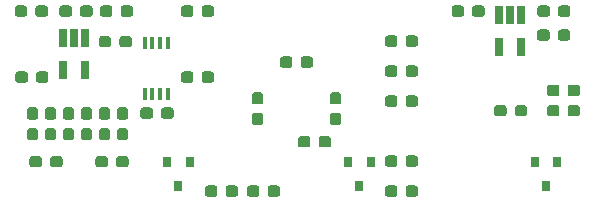
<source format=gbr>
G04 #@! TF.GenerationSoftware,KiCad,Pcbnew,(5.1.0-1387-g9cf427c7d)*
G04 #@! TF.CreationDate,2019-07-29T17:15:50-07:00*
G04 #@! TF.ProjectId,max_breakout,6d61785f-6272-4656-916b-6f75742e6b69,1.0*
G04 #@! TF.SameCoordinates,Original*
G04 #@! TF.FileFunction,Paste,Bot*
G04 #@! TF.FilePolarity,Positive*
%FSLAX46Y46*%
G04 Gerber Fmt 4.6, Leading zero omitted, Abs format (unit mm)*
G04 Created by KiCad (PCBNEW (5.1.0-1387-g9cf427c7d)) date 2019-07-29 17:15:50*
%MOMM*%
%LPD*%
G04 APERTURE LIST*
%ADD10C,0.100000*%
%ADD11C,0.950000*%
%ADD12R,0.800000X0.900000*%
%ADD13R,0.650000X1.560000*%
%ADD14R,0.400000X1.100000*%
G04 APERTURE END LIST*
D10*
G36*
X159953887Y-101397079D02*
G01*
X160030938Y-101448562D01*
X160082421Y-101525613D01*
X160100500Y-101616500D01*
X160100500Y-102091500D01*
X160082421Y-102182387D01*
X160030938Y-102259438D01*
X159953887Y-102310921D01*
X159863000Y-102329000D01*
X159288000Y-102329000D01*
X159197113Y-102310921D01*
X159120062Y-102259438D01*
X159068579Y-102182387D01*
X159050500Y-102091500D01*
X159050500Y-101616500D01*
X159068579Y-101525613D01*
X159120062Y-101448562D01*
X159197113Y-101397079D01*
X159288000Y-101379000D01*
X159863000Y-101379000D01*
X159953887Y-101397079D01*
X159953887Y-101397079D01*
G37*
D11*
X159575500Y-101854000D03*
D10*
G36*
X158203887Y-101397079D02*
G01*
X158280938Y-101448562D01*
X158332421Y-101525613D01*
X158350500Y-101616500D01*
X158350500Y-102091500D01*
X158332421Y-102182387D01*
X158280938Y-102259438D01*
X158203887Y-102310921D01*
X158113000Y-102329000D01*
X157538000Y-102329000D01*
X157447113Y-102310921D01*
X157370062Y-102259438D01*
X157318579Y-102182387D01*
X157300500Y-102091500D01*
X157300500Y-101616500D01*
X157318579Y-101525613D01*
X157370062Y-101448562D01*
X157447113Y-101397079D01*
X157538000Y-101379000D01*
X158113000Y-101379000D01*
X158203887Y-101397079D01*
X158203887Y-101397079D01*
G37*
D11*
X157825500Y-101854000D03*
D10*
G36*
X159939887Y-103429079D02*
G01*
X160016938Y-103480562D01*
X160068421Y-103557613D01*
X160086500Y-103648500D01*
X160086500Y-104123500D01*
X160068421Y-104214387D01*
X160016938Y-104291438D01*
X159939887Y-104342921D01*
X159849000Y-104361000D01*
X159274000Y-104361000D01*
X159183113Y-104342921D01*
X159106062Y-104291438D01*
X159054579Y-104214387D01*
X159036500Y-104123500D01*
X159036500Y-103648500D01*
X159054579Y-103557613D01*
X159106062Y-103480562D01*
X159183113Y-103429079D01*
X159274000Y-103411000D01*
X159849000Y-103411000D01*
X159939887Y-103429079D01*
X159939887Y-103429079D01*
G37*
D11*
X159561500Y-103886000D03*
D10*
G36*
X158189887Y-103429079D02*
G01*
X158266938Y-103480562D01*
X158318421Y-103557613D01*
X158336500Y-103648500D01*
X158336500Y-104123500D01*
X158318421Y-104214387D01*
X158266938Y-104291438D01*
X158189887Y-104342921D01*
X158099000Y-104361000D01*
X157524000Y-104361000D01*
X157433113Y-104342921D01*
X157356062Y-104291438D01*
X157304579Y-104214387D01*
X157286500Y-104123500D01*
X157286500Y-103648500D01*
X157304579Y-103557613D01*
X157356062Y-103480562D01*
X157433113Y-103429079D01*
X157524000Y-103411000D01*
X158099000Y-103411000D01*
X158189887Y-103429079D01*
X158189887Y-103429079D01*
G37*
D11*
X157811500Y-103886000D03*
D12*
X158051500Y-116633500D03*
X159001500Y-114633500D03*
X157101500Y-114633500D03*
X126898400Y-116633500D03*
X127848400Y-114633500D03*
X125948400Y-114633500D03*
D10*
G36*
X121067787Y-103987879D02*
G01*
X121144838Y-104039362D01*
X121196321Y-104116413D01*
X121214400Y-104207300D01*
X121214400Y-104682300D01*
X121196321Y-104773187D01*
X121144838Y-104850238D01*
X121067787Y-104901721D01*
X120976900Y-104919800D01*
X120401900Y-104919800D01*
X120311013Y-104901721D01*
X120233962Y-104850238D01*
X120182479Y-104773187D01*
X120164400Y-104682300D01*
X120164400Y-104207300D01*
X120182479Y-104116413D01*
X120233962Y-104039362D01*
X120311013Y-103987879D01*
X120401900Y-103969800D01*
X120976900Y-103969800D01*
X121067787Y-103987879D01*
X121067787Y-103987879D01*
G37*
D11*
X120689400Y-104444800D03*
D10*
G36*
X122817787Y-103987879D02*
G01*
X122894838Y-104039362D01*
X122946321Y-104116413D01*
X122964400Y-104207300D01*
X122964400Y-104682300D01*
X122946321Y-104773187D01*
X122894838Y-104850238D01*
X122817787Y-104901721D01*
X122726900Y-104919800D01*
X122151900Y-104919800D01*
X122061013Y-104901721D01*
X121983962Y-104850238D01*
X121932479Y-104773187D01*
X121914400Y-104682300D01*
X121914400Y-104207300D01*
X121932479Y-104116413D01*
X121983962Y-104039362D01*
X122061013Y-103987879D01*
X122151900Y-103969800D01*
X122726900Y-103969800D01*
X122817787Y-103987879D01*
X122817787Y-103987879D01*
G37*
D11*
X122439400Y-104444800D03*
D10*
G36*
X126348387Y-110033079D02*
G01*
X126425438Y-110084562D01*
X126476921Y-110161613D01*
X126495000Y-110252500D01*
X126495000Y-110727500D01*
X126476921Y-110818387D01*
X126425438Y-110895438D01*
X126348387Y-110946921D01*
X126257500Y-110965000D01*
X125682500Y-110965000D01*
X125591613Y-110946921D01*
X125514562Y-110895438D01*
X125463079Y-110818387D01*
X125445000Y-110727500D01*
X125445000Y-110252500D01*
X125463079Y-110161613D01*
X125514562Y-110084562D01*
X125591613Y-110033079D01*
X125682500Y-110015000D01*
X126257500Y-110015000D01*
X126348387Y-110033079D01*
X126348387Y-110033079D01*
G37*
D11*
X125970000Y-110490000D03*
D10*
G36*
X124598387Y-110033079D02*
G01*
X124675438Y-110084562D01*
X124726921Y-110161613D01*
X124745000Y-110252500D01*
X124745000Y-110727500D01*
X124726921Y-110818387D01*
X124675438Y-110895438D01*
X124598387Y-110946921D01*
X124507500Y-110965000D01*
X123932500Y-110965000D01*
X123841613Y-110946921D01*
X123764562Y-110895438D01*
X123713079Y-110818387D01*
X123695000Y-110727500D01*
X123695000Y-110252500D01*
X123713079Y-110161613D01*
X123764562Y-110084562D01*
X123841613Y-110033079D01*
X123932500Y-110015000D01*
X124507500Y-110015000D01*
X124598387Y-110033079D01*
X124598387Y-110033079D01*
G37*
D11*
X124220000Y-110490000D03*
D10*
G36*
X150938187Y-101397079D02*
G01*
X151015238Y-101448562D01*
X151066721Y-101525613D01*
X151084800Y-101616500D01*
X151084800Y-102091500D01*
X151066721Y-102182387D01*
X151015238Y-102259438D01*
X150938187Y-102310921D01*
X150847300Y-102329000D01*
X150272300Y-102329000D01*
X150181413Y-102310921D01*
X150104362Y-102259438D01*
X150052879Y-102182387D01*
X150034800Y-102091500D01*
X150034800Y-101616500D01*
X150052879Y-101525613D01*
X150104362Y-101448562D01*
X150181413Y-101397079D01*
X150272300Y-101379000D01*
X150847300Y-101379000D01*
X150938187Y-101397079D01*
X150938187Y-101397079D01*
G37*
D11*
X150559800Y-101854000D03*
D10*
G36*
X152688187Y-101397079D02*
G01*
X152765238Y-101448562D01*
X152816721Y-101525613D01*
X152834800Y-101616500D01*
X152834800Y-102091500D01*
X152816721Y-102182387D01*
X152765238Y-102259438D01*
X152688187Y-102310921D01*
X152597300Y-102329000D01*
X152022300Y-102329000D01*
X151931413Y-102310921D01*
X151854362Y-102259438D01*
X151802879Y-102182387D01*
X151784800Y-102091500D01*
X151784800Y-101616500D01*
X151802879Y-101525613D01*
X151854362Y-101448562D01*
X151931413Y-101397079D01*
X152022300Y-101379000D01*
X152597300Y-101379000D01*
X152688187Y-101397079D01*
X152688187Y-101397079D01*
G37*
D11*
X152309800Y-101854000D03*
D13*
X117109200Y-106810800D03*
X119009200Y-106810800D03*
X119009200Y-104110800D03*
X118059200Y-104110800D03*
X117109200Y-104110800D03*
X154040800Y-104880400D03*
X155940800Y-104880400D03*
X155940800Y-102180400D03*
X154990800Y-102180400D03*
X154040800Y-102180400D03*
D10*
G36*
X114006587Y-106985079D02*
G01*
X114083638Y-107036562D01*
X114135121Y-107113613D01*
X114153200Y-107204500D01*
X114153200Y-107679500D01*
X114135121Y-107770387D01*
X114083638Y-107847438D01*
X114006587Y-107898921D01*
X113915700Y-107917000D01*
X113340700Y-107917000D01*
X113249813Y-107898921D01*
X113172762Y-107847438D01*
X113121279Y-107770387D01*
X113103200Y-107679500D01*
X113103200Y-107204500D01*
X113121279Y-107113613D01*
X113172762Y-107036562D01*
X113249813Y-106985079D01*
X113340700Y-106967000D01*
X113915700Y-106967000D01*
X114006587Y-106985079D01*
X114006587Y-106985079D01*
G37*
D11*
X113628200Y-107442000D03*
D10*
G36*
X115756587Y-106985079D02*
G01*
X115833638Y-107036562D01*
X115885121Y-107113613D01*
X115903200Y-107204500D01*
X115903200Y-107679500D01*
X115885121Y-107770387D01*
X115833638Y-107847438D01*
X115756587Y-107898921D01*
X115665700Y-107917000D01*
X115090700Y-107917000D01*
X114999813Y-107898921D01*
X114922762Y-107847438D01*
X114871279Y-107770387D01*
X114853200Y-107679500D01*
X114853200Y-107204500D01*
X114871279Y-107113613D01*
X114922762Y-107036562D01*
X114999813Y-106985079D01*
X115090700Y-106967000D01*
X115665700Y-106967000D01*
X115756587Y-106985079D01*
X115756587Y-106985079D01*
G37*
D11*
X115378200Y-107442000D03*
D10*
G36*
X154544987Y-109829879D02*
G01*
X154622038Y-109881362D01*
X154673521Y-109958413D01*
X154691600Y-110049300D01*
X154691600Y-110524300D01*
X154673521Y-110615187D01*
X154622038Y-110692238D01*
X154544987Y-110743721D01*
X154454100Y-110761800D01*
X153879100Y-110761800D01*
X153788213Y-110743721D01*
X153711162Y-110692238D01*
X153659679Y-110615187D01*
X153641600Y-110524300D01*
X153641600Y-110049300D01*
X153659679Y-109958413D01*
X153711162Y-109881362D01*
X153788213Y-109829879D01*
X153879100Y-109811800D01*
X154454100Y-109811800D01*
X154544987Y-109829879D01*
X154544987Y-109829879D01*
G37*
D11*
X154166600Y-110286800D03*
D10*
G36*
X156294987Y-109829879D02*
G01*
X156372038Y-109881362D01*
X156423521Y-109958413D01*
X156441600Y-110049300D01*
X156441600Y-110524300D01*
X156423521Y-110615187D01*
X156372038Y-110692238D01*
X156294987Y-110743721D01*
X156204100Y-110761800D01*
X155629100Y-110761800D01*
X155538213Y-110743721D01*
X155461162Y-110692238D01*
X155409679Y-110615187D01*
X155391600Y-110524300D01*
X155391600Y-110049300D01*
X155409679Y-109958413D01*
X155461162Y-109881362D01*
X155538213Y-109829879D01*
X155629100Y-109811800D01*
X156204100Y-109811800D01*
X156294987Y-109829879D01*
X156294987Y-109829879D01*
G37*
D11*
X155916600Y-110286800D03*
D10*
G36*
X122538387Y-114137079D02*
G01*
X122615438Y-114188562D01*
X122666921Y-114265613D01*
X122685000Y-114356500D01*
X122685000Y-114831500D01*
X122666921Y-114922387D01*
X122615438Y-114999438D01*
X122538387Y-115050921D01*
X122447500Y-115069000D01*
X121872500Y-115069000D01*
X121781613Y-115050921D01*
X121704562Y-114999438D01*
X121653079Y-114922387D01*
X121635000Y-114831500D01*
X121635000Y-114356500D01*
X121653079Y-114265613D01*
X121704562Y-114188562D01*
X121781613Y-114137079D01*
X121872500Y-114119000D01*
X122447500Y-114119000D01*
X122538387Y-114137079D01*
X122538387Y-114137079D01*
G37*
D11*
X122160000Y-114594000D03*
D10*
G36*
X120788387Y-114137079D02*
G01*
X120865438Y-114188562D01*
X120916921Y-114265613D01*
X120935000Y-114356500D01*
X120935000Y-114831500D01*
X120916921Y-114922387D01*
X120865438Y-114999438D01*
X120788387Y-115050921D01*
X120697500Y-115069000D01*
X120122500Y-115069000D01*
X120031613Y-115050921D01*
X119954562Y-114999438D01*
X119903079Y-114922387D01*
X119885000Y-114831500D01*
X119885000Y-114356500D01*
X119903079Y-114265613D01*
X119954562Y-114188562D01*
X120031613Y-114137079D01*
X120122500Y-114119000D01*
X120697500Y-114119000D01*
X120788387Y-114137079D01*
X120788387Y-114137079D01*
G37*
D11*
X120410000Y-114594000D03*
D10*
G36*
X113955787Y-101397079D02*
G01*
X114032838Y-101448562D01*
X114084321Y-101525613D01*
X114102400Y-101616500D01*
X114102400Y-102091500D01*
X114084321Y-102182387D01*
X114032838Y-102259438D01*
X113955787Y-102310921D01*
X113864900Y-102329000D01*
X113289900Y-102329000D01*
X113199013Y-102310921D01*
X113121962Y-102259438D01*
X113070479Y-102182387D01*
X113052400Y-102091500D01*
X113052400Y-101616500D01*
X113070479Y-101525613D01*
X113121962Y-101448562D01*
X113199013Y-101397079D01*
X113289900Y-101379000D01*
X113864900Y-101379000D01*
X113955787Y-101397079D01*
X113955787Y-101397079D01*
G37*
D11*
X113577400Y-101854000D03*
D10*
G36*
X115705787Y-101397079D02*
G01*
X115782838Y-101448562D01*
X115834321Y-101525613D01*
X115852400Y-101616500D01*
X115852400Y-102091500D01*
X115834321Y-102182387D01*
X115782838Y-102259438D01*
X115705787Y-102310921D01*
X115614900Y-102329000D01*
X115039900Y-102329000D01*
X114949013Y-102310921D01*
X114871962Y-102259438D01*
X114820479Y-102182387D01*
X114802400Y-102091500D01*
X114802400Y-101616500D01*
X114820479Y-101525613D01*
X114871962Y-101448562D01*
X114949013Y-101397079D01*
X115039900Y-101379000D01*
X115614900Y-101379000D01*
X115705787Y-101397079D01*
X115705787Y-101397079D01*
G37*
D11*
X115327400Y-101854000D03*
D10*
G36*
X116950387Y-114137079D02*
G01*
X117027438Y-114188562D01*
X117078921Y-114265613D01*
X117097000Y-114356500D01*
X117097000Y-114831500D01*
X117078921Y-114922387D01*
X117027438Y-114999438D01*
X116950387Y-115050921D01*
X116859500Y-115069000D01*
X116284500Y-115069000D01*
X116193613Y-115050921D01*
X116116562Y-114999438D01*
X116065079Y-114922387D01*
X116047000Y-114831500D01*
X116047000Y-114356500D01*
X116065079Y-114265613D01*
X116116562Y-114188562D01*
X116193613Y-114137079D01*
X116284500Y-114119000D01*
X116859500Y-114119000D01*
X116950387Y-114137079D01*
X116950387Y-114137079D01*
G37*
D11*
X116572000Y-114594000D03*
D10*
G36*
X115200387Y-114137079D02*
G01*
X115277438Y-114188562D01*
X115328921Y-114265613D01*
X115347000Y-114356500D01*
X115347000Y-114831500D01*
X115328921Y-114922387D01*
X115277438Y-114999438D01*
X115200387Y-115050921D01*
X115109500Y-115069000D01*
X114534500Y-115069000D01*
X114443613Y-115050921D01*
X114366562Y-114999438D01*
X114315079Y-114922387D01*
X114297000Y-114831500D01*
X114297000Y-114356500D01*
X114315079Y-114265613D01*
X114366562Y-114188562D01*
X114443613Y-114137079D01*
X114534500Y-114119000D01*
X115109500Y-114119000D01*
X115200387Y-114137079D01*
X115200387Y-114137079D01*
G37*
D11*
X114822000Y-114594000D03*
D10*
G36*
X147049387Y-116637079D02*
G01*
X147126438Y-116688562D01*
X147177921Y-116765613D01*
X147196000Y-116856500D01*
X147196000Y-117331500D01*
X147177921Y-117422387D01*
X147126438Y-117499438D01*
X147049387Y-117550921D01*
X146958500Y-117569000D01*
X146383500Y-117569000D01*
X146292613Y-117550921D01*
X146215562Y-117499438D01*
X146164079Y-117422387D01*
X146146000Y-117331500D01*
X146146000Y-116856500D01*
X146164079Y-116765613D01*
X146215562Y-116688562D01*
X146292613Y-116637079D01*
X146383500Y-116619000D01*
X146958500Y-116619000D01*
X147049387Y-116637079D01*
X147049387Y-116637079D01*
G37*
D11*
X146671000Y-117094000D03*
D10*
G36*
X145299387Y-116637079D02*
G01*
X145376438Y-116688562D01*
X145427921Y-116765613D01*
X145446000Y-116856500D01*
X145446000Y-117331500D01*
X145427921Y-117422387D01*
X145376438Y-117499438D01*
X145299387Y-117550921D01*
X145208500Y-117569000D01*
X144633500Y-117569000D01*
X144542613Y-117550921D01*
X144465562Y-117499438D01*
X144414079Y-117422387D01*
X144396000Y-117331500D01*
X144396000Y-116856500D01*
X144414079Y-116765613D01*
X144465562Y-116688562D01*
X144542613Y-116637079D01*
X144633500Y-116619000D01*
X145208500Y-116619000D01*
X145299387Y-116637079D01*
X145299387Y-116637079D01*
G37*
D11*
X144921000Y-117094000D03*
D10*
G36*
X133615387Y-116637079D02*
G01*
X133692438Y-116688562D01*
X133743921Y-116765613D01*
X133762000Y-116856500D01*
X133762000Y-117331500D01*
X133743921Y-117422387D01*
X133692438Y-117499438D01*
X133615387Y-117550921D01*
X133524500Y-117569000D01*
X132949500Y-117569000D01*
X132858613Y-117550921D01*
X132781562Y-117499438D01*
X132730079Y-117422387D01*
X132712000Y-117331500D01*
X132712000Y-116856500D01*
X132730079Y-116765613D01*
X132781562Y-116688562D01*
X132858613Y-116637079D01*
X132949500Y-116619000D01*
X133524500Y-116619000D01*
X133615387Y-116637079D01*
X133615387Y-116637079D01*
G37*
D11*
X133237000Y-117094000D03*
D10*
G36*
X135365387Y-116637079D02*
G01*
X135442438Y-116688562D01*
X135493921Y-116765613D01*
X135512000Y-116856500D01*
X135512000Y-117331500D01*
X135493921Y-117422387D01*
X135442438Y-117499438D01*
X135365387Y-117550921D01*
X135274500Y-117569000D01*
X134699500Y-117569000D01*
X134608613Y-117550921D01*
X134531562Y-117499438D01*
X134480079Y-117422387D01*
X134462000Y-117331500D01*
X134462000Y-116856500D01*
X134480079Y-116765613D01*
X134531562Y-116688562D01*
X134608613Y-116637079D01*
X134699500Y-116619000D01*
X135274500Y-116619000D01*
X135365387Y-116637079D01*
X135365387Y-116637079D01*
G37*
D11*
X134987000Y-117094000D03*
D10*
G36*
X129777387Y-106985079D02*
G01*
X129854438Y-107036562D01*
X129905921Y-107113613D01*
X129924000Y-107204500D01*
X129924000Y-107679500D01*
X129905921Y-107770387D01*
X129854438Y-107847438D01*
X129777387Y-107898921D01*
X129686500Y-107917000D01*
X129111500Y-107917000D01*
X129020613Y-107898921D01*
X128943562Y-107847438D01*
X128892079Y-107770387D01*
X128874000Y-107679500D01*
X128874000Y-107204500D01*
X128892079Y-107113613D01*
X128943562Y-107036562D01*
X129020613Y-106985079D01*
X129111500Y-106967000D01*
X129686500Y-106967000D01*
X129777387Y-106985079D01*
X129777387Y-106985079D01*
G37*
D11*
X129399000Y-107442000D03*
D10*
G36*
X128027387Y-106985079D02*
G01*
X128104438Y-107036562D01*
X128155921Y-107113613D01*
X128174000Y-107204500D01*
X128174000Y-107679500D01*
X128155921Y-107770387D01*
X128104438Y-107847438D01*
X128027387Y-107898921D01*
X127936500Y-107917000D01*
X127361500Y-107917000D01*
X127270613Y-107898921D01*
X127193562Y-107847438D01*
X127142079Y-107770387D01*
X127124000Y-107679500D01*
X127124000Y-107204500D01*
X127142079Y-107113613D01*
X127193562Y-107036562D01*
X127270613Y-106985079D01*
X127361500Y-106967000D01*
X127936500Y-106967000D01*
X128027387Y-106985079D01*
X128027387Y-106985079D01*
G37*
D11*
X127649000Y-107442000D03*
D12*
X142240000Y-116633500D03*
X143190000Y-114633500D03*
X141290000Y-114633500D03*
D14*
X124043800Y-108880800D03*
X124693800Y-108880800D03*
X125343800Y-108880800D03*
X125993800Y-108880800D03*
X125993800Y-104580800D03*
X125343800Y-104580800D03*
X124693800Y-104580800D03*
X124043800Y-104580800D03*
D10*
G36*
X121169387Y-101397079D02*
G01*
X121246438Y-101448562D01*
X121297921Y-101525613D01*
X121316000Y-101616500D01*
X121316000Y-102091500D01*
X121297921Y-102182387D01*
X121246438Y-102259438D01*
X121169387Y-102310921D01*
X121078500Y-102329000D01*
X120503500Y-102329000D01*
X120412613Y-102310921D01*
X120335562Y-102259438D01*
X120284079Y-102182387D01*
X120266000Y-102091500D01*
X120266000Y-101616500D01*
X120284079Y-101525613D01*
X120335562Y-101448562D01*
X120412613Y-101397079D01*
X120503500Y-101379000D01*
X121078500Y-101379000D01*
X121169387Y-101397079D01*
X121169387Y-101397079D01*
G37*
D11*
X120791000Y-101854000D03*
D10*
G36*
X122919387Y-101397079D02*
G01*
X122996438Y-101448562D01*
X123047921Y-101525613D01*
X123066000Y-101616500D01*
X123066000Y-102091500D01*
X123047921Y-102182387D01*
X122996438Y-102259438D01*
X122919387Y-102310921D01*
X122828500Y-102329000D01*
X122253500Y-102329000D01*
X122162613Y-102310921D01*
X122085562Y-102259438D01*
X122034079Y-102182387D01*
X122016000Y-102091500D01*
X122016000Y-101616500D01*
X122034079Y-101525613D01*
X122085562Y-101448562D01*
X122162613Y-101397079D01*
X122253500Y-101379000D01*
X122828500Y-101379000D01*
X122919387Y-101397079D01*
X122919387Y-101397079D01*
G37*
D11*
X122541000Y-101854000D03*
D10*
G36*
X129777387Y-101397079D02*
G01*
X129854438Y-101448562D01*
X129905921Y-101525613D01*
X129924000Y-101616500D01*
X129924000Y-102091500D01*
X129905921Y-102182387D01*
X129854438Y-102259438D01*
X129777387Y-102310921D01*
X129686500Y-102329000D01*
X129111500Y-102329000D01*
X129020613Y-102310921D01*
X128943562Y-102259438D01*
X128892079Y-102182387D01*
X128874000Y-102091500D01*
X128874000Y-101616500D01*
X128892079Y-101525613D01*
X128943562Y-101448562D01*
X129020613Y-101397079D01*
X129111500Y-101379000D01*
X129686500Y-101379000D01*
X129777387Y-101397079D01*
X129777387Y-101397079D01*
G37*
D11*
X129399000Y-101854000D03*
D10*
G36*
X128027387Y-101397079D02*
G01*
X128104438Y-101448562D01*
X128155921Y-101525613D01*
X128174000Y-101616500D01*
X128174000Y-102091500D01*
X128155921Y-102182387D01*
X128104438Y-102259438D01*
X128027387Y-102310921D01*
X127936500Y-102329000D01*
X127361500Y-102329000D01*
X127270613Y-102310921D01*
X127193562Y-102259438D01*
X127142079Y-102182387D01*
X127124000Y-102091500D01*
X127124000Y-101616500D01*
X127142079Y-101525613D01*
X127193562Y-101448562D01*
X127270613Y-101397079D01*
X127361500Y-101379000D01*
X127936500Y-101379000D01*
X128027387Y-101397079D01*
X128027387Y-101397079D01*
G37*
D11*
X127649000Y-101854000D03*
D10*
G36*
X140536387Y-110477079D02*
G01*
X140613438Y-110528562D01*
X140664921Y-110605613D01*
X140683000Y-110696500D01*
X140683000Y-111271500D01*
X140664921Y-111362387D01*
X140613438Y-111439438D01*
X140536387Y-111490921D01*
X140445500Y-111509000D01*
X139970500Y-111509000D01*
X139879613Y-111490921D01*
X139802562Y-111439438D01*
X139751079Y-111362387D01*
X139733000Y-111271500D01*
X139733000Y-110696500D01*
X139751079Y-110605613D01*
X139802562Y-110528562D01*
X139879613Y-110477079D01*
X139970500Y-110459000D01*
X140445500Y-110459000D01*
X140536387Y-110477079D01*
X140536387Y-110477079D01*
G37*
D11*
X140208000Y-110984000D03*
D10*
G36*
X140536387Y-108727079D02*
G01*
X140613438Y-108778562D01*
X140664921Y-108855613D01*
X140683000Y-108946500D01*
X140683000Y-109521500D01*
X140664921Y-109612387D01*
X140613438Y-109689438D01*
X140536387Y-109740921D01*
X140445500Y-109759000D01*
X139970500Y-109759000D01*
X139879613Y-109740921D01*
X139802562Y-109689438D01*
X139751079Y-109612387D01*
X139733000Y-109521500D01*
X139733000Y-108946500D01*
X139751079Y-108855613D01*
X139802562Y-108778562D01*
X139879613Y-108727079D01*
X139970500Y-108709000D01*
X140445500Y-108709000D01*
X140536387Y-108727079D01*
X140536387Y-108727079D01*
G37*
D11*
X140208000Y-109234000D03*
D10*
G36*
X131809387Y-116637079D02*
G01*
X131886438Y-116688562D01*
X131937921Y-116765613D01*
X131956000Y-116856500D01*
X131956000Y-117331500D01*
X131937921Y-117422387D01*
X131886438Y-117499438D01*
X131809387Y-117550921D01*
X131718500Y-117569000D01*
X131143500Y-117569000D01*
X131052613Y-117550921D01*
X130975562Y-117499438D01*
X130924079Y-117422387D01*
X130906000Y-117331500D01*
X130906000Y-116856500D01*
X130924079Y-116765613D01*
X130975562Y-116688562D01*
X131052613Y-116637079D01*
X131143500Y-116619000D01*
X131718500Y-116619000D01*
X131809387Y-116637079D01*
X131809387Y-116637079D01*
G37*
D11*
X131431000Y-117094000D03*
D10*
G36*
X130059387Y-116637079D02*
G01*
X130136438Y-116688562D01*
X130187921Y-116765613D01*
X130206000Y-116856500D01*
X130206000Y-117331500D01*
X130187921Y-117422387D01*
X130136438Y-117499438D01*
X130059387Y-117550921D01*
X129968500Y-117569000D01*
X129393500Y-117569000D01*
X129302613Y-117550921D01*
X129225562Y-117499438D01*
X129174079Y-117422387D01*
X129156000Y-117331500D01*
X129156000Y-116856500D01*
X129174079Y-116765613D01*
X129225562Y-116688562D01*
X129302613Y-116637079D01*
X129393500Y-116619000D01*
X129968500Y-116619000D01*
X130059387Y-116637079D01*
X130059387Y-116637079D01*
G37*
D11*
X129681000Y-117094000D03*
D10*
G36*
X138159387Y-105715079D02*
G01*
X138236438Y-105766562D01*
X138287921Y-105843613D01*
X138306000Y-105934500D01*
X138306000Y-106409500D01*
X138287921Y-106500387D01*
X138236438Y-106577438D01*
X138159387Y-106628921D01*
X138068500Y-106647000D01*
X137493500Y-106647000D01*
X137402613Y-106628921D01*
X137325562Y-106577438D01*
X137274079Y-106500387D01*
X137256000Y-106409500D01*
X137256000Y-105934500D01*
X137274079Y-105843613D01*
X137325562Y-105766562D01*
X137402613Y-105715079D01*
X137493500Y-105697000D01*
X138068500Y-105697000D01*
X138159387Y-105715079D01*
X138159387Y-105715079D01*
G37*
D11*
X137781000Y-106172000D03*
D10*
G36*
X136409387Y-105715079D02*
G01*
X136486438Y-105766562D01*
X136537921Y-105843613D01*
X136556000Y-105934500D01*
X136556000Y-106409500D01*
X136537921Y-106500387D01*
X136486438Y-106577438D01*
X136409387Y-106628921D01*
X136318500Y-106647000D01*
X135743500Y-106647000D01*
X135652613Y-106628921D01*
X135575562Y-106577438D01*
X135524079Y-106500387D01*
X135506000Y-106409500D01*
X135506000Y-105934500D01*
X135524079Y-105843613D01*
X135575562Y-105766562D01*
X135652613Y-105715079D01*
X135743500Y-105697000D01*
X136318500Y-105697000D01*
X136409387Y-105715079D01*
X136409387Y-105715079D01*
G37*
D11*
X136031000Y-106172000D03*
D10*
G36*
X117740387Y-101397079D02*
G01*
X117817438Y-101448562D01*
X117868921Y-101525613D01*
X117887000Y-101616500D01*
X117887000Y-102091500D01*
X117868921Y-102182387D01*
X117817438Y-102259438D01*
X117740387Y-102310921D01*
X117649500Y-102329000D01*
X117074500Y-102329000D01*
X116983613Y-102310921D01*
X116906562Y-102259438D01*
X116855079Y-102182387D01*
X116837000Y-102091500D01*
X116837000Y-101616500D01*
X116855079Y-101525613D01*
X116906562Y-101448562D01*
X116983613Y-101397079D01*
X117074500Y-101379000D01*
X117649500Y-101379000D01*
X117740387Y-101397079D01*
X117740387Y-101397079D01*
G37*
D11*
X117362000Y-101854000D03*
D10*
G36*
X119490387Y-101397079D02*
G01*
X119567438Y-101448562D01*
X119618921Y-101525613D01*
X119637000Y-101616500D01*
X119637000Y-102091500D01*
X119618921Y-102182387D01*
X119567438Y-102259438D01*
X119490387Y-102310921D01*
X119399500Y-102329000D01*
X118824500Y-102329000D01*
X118733613Y-102310921D01*
X118656562Y-102259438D01*
X118605079Y-102182387D01*
X118587000Y-102091500D01*
X118587000Y-101616500D01*
X118605079Y-101525613D01*
X118656562Y-101448562D01*
X118733613Y-101397079D01*
X118824500Y-101379000D01*
X119399500Y-101379000D01*
X119490387Y-101397079D01*
X119490387Y-101397079D01*
G37*
D11*
X119112000Y-101854000D03*
D10*
G36*
X114882387Y-111772479D02*
G01*
X114959438Y-111823962D01*
X115010921Y-111901013D01*
X115029000Y-111991900D01*
X115029000Y-112566900D01*
X115010921Y-112657787D01*
X114959438Y-112734838D01*
X114882387Y-112786321D01*
X114791500Y-112804400D01*
X114316500Y-112804400D01*
X114225613Y-112786321D01*
X114148562Y-112734838D01*
X114097079Y-112657787D01*
X114079000Y-112566900D01*
X114079000Y-111991900D01*
X114097079Y-111901013D01*
X114148562Y-111823962D01*
X114225613Y-111772479D01*
X114316500Y-111754400D01*
X114791500Y-111754400D01*
X114882387Y-111772479D01*
X114882387Y-111772479D01*
G37*
D11*
X114554000Y-112279400D03*
D10*
G36*
X114882387Y-110022479D02*
G01*
X114959438Y-110073962D01*
X115010921Y-110151013D01*
X115029000Y-110241900D01*
X115029000Y-110816900D01*
X115010921Y-110907787D01*
X114959438Y-110984838D01*
X114882387Y-111036321D01*
X114791500Y-111054400D01*
X114316500Y-111054400D01*
X114225613Y-111036321D01*
X114148562Y-110984838D01*
X114097079Y-110907787D01*
X114079000Y-110816900D01*
X114079000Y-110241900D01*
X114097079Y-110151013D01*
X114148562Y-110073962D01*
X114225613Y-110022479D01*
X114316500Y-110004400D01*
X114791500Y-110004400D01*
X114882387Y-110022479D01*
X114882387Y-110022479D01*
G37*
D11*
X114554000Y-110529400D03*
D10*
G36*
X116406387Y-111772479D02*
G01*
X116483438Y-111823962D01*
X116534921Y-111901013D01*
X116553000Y-111991900D01*
X116553000Y-112566900D01*
X116534921Y-112657787D01*
X116483438Y-112734838D01*
X116406387Y-112786321D01*
X116315500Y-112804400D01*
X115840500Y-112804400D01*
X115749613Y-112786321D01*
X115672562Y-112734838D01*
X115621079Y-112657787D01*
X115603000Y-112566900D01*
X115603000Y-111991900D01*
X115621079Y-111901013D01*
X115672562Y-111823962D01*
X115749613Y-111772479D01*
X115840500Y-111754400D01*
X116315500Y-111754400D01*
X116406387Y-111772479D01*
X116406387Y-111772479D01*
G37*
D11*
X116078000Y-112279400D03*
D10*
G36*
X116406387Y-110022479D02*
G01*
X116483438Y-110073962D01*
X116534921Y-110151013D01*
X116553000Y-110241900D01*
X116553000Y-110816900D01*
X116534921Y-110907787D01*
X116483438Y-110984838D01*
X116406387Y-111036321D01*
X116315500Y-111054400D01*
X115840500Y-111054400D01*
X115749613Y-111036321D01*
X115672562Y-110984838D01*
X115621079Y-110907787D01*
X115603000Y-110816900D01*
X115603000Y-110241900D01*
X115621079Y-110151013D01*
X115672562Y-110073962D01*
X115749613Y-110022479D01*
X115840500Y-110004400D01*
X116315500Y-110004400D01*
X116406387Y-110022479D01*
X116406387Y-110022479D01*
G37*
D11*
X116078000Y-110529400D03*
D10*
G36*
X117930387Y-111772479D02*
G01*
X118007438Y-111823962D01*
X118058921Y-111901013D01*
X118077000Y-111991900D01*
X118077000Y-112566900D01*
X118058921Y-112657787D01*
X118007438Y-112734838D01*
X117930387Y-112786321D01*
X117839500Y-112804400D01*
X117364500Y-112804400D01*
X117273613Y-112786321D01*
X117196562Y-112734838D01*
X117145079Y-112657787D01*
X117127000Y-112566900D01*
X117127000Y-111991900D01*
X117145079Y-111901013D01*
X117196562Y-111823962D01*
X117273613Y-111772479D01*
X117364500Y-111754400D01*
X117839500Y-111754400D01*
X117930387Y-111772479D01*
X117930387Y-111772479D01*
G37*
D11*
X117602000Y-112279400D03*
D10*
G36*
X117930387Y-110022479D02*
G01*
X118007438Y-110073962D01*
X118058921Y-110151013D01*
X118077000Y-110241900D01*
X118077000Y-110816900D01*
X118058921Y-110907787D01*
X118007438Y-110984838D01*
X117930387Y-111036321D01*
X117839500Y-111054400D01*
X117364500Y-111054400D01*
X117273613Y-111036321D01*
X117196562Y-110984838D01*
X117145079Y-110907787D01*
X117127000Y-110816900D01*
X117127000Y-110241900D01*
X117145079Y-110151013D01*
X117196562Y-110073962D01*
X117273613Y-110022479D01*
X117364500Y-110004400D01*
X117839500Y-110004400D01*
X117930387Y-110022479D01*
X117930387Y-110022479D01*
G37*
D11*
X117602000Y-110529400D03*
D10*
G36*
X119454387Y-111772479D02*
G01*
X119531438Y-111823962D01*
X119582921Y-111901013D01*
X119601000Y-111991900D01*
X119601000Y-112566900D01*
X119582921Y-112657787D01*
X119531438Y-112734838D01*
X119454387Y-112786321D01*
X119363500Y-112804400D01*
X118888500Y-112804400D01*
X118797613Y-112786321D01*
X118720562Y-112734838D01*
X118669079Y-112657787D01*
X118651000Y-112566900D01*
X118651000Y-111991900D01*
X118669079Y-111901013D01*
X118720562Y-111823962D01*
X118797613Y-111772479D01*
X118888500Y-111754400D01*
X119363500Y-111754400D01*
X119454387Y-111772479D01*
X119454387Y-111772479D01*
G37*
D11*
X119126000Y-112279400D03*
D10*
G36*
X119454387Y-110022479D02*
G01*
X119531438Y-110073962D01*
X119582921Y-110151013D01*
X119601000Y-110241900D01*
X119601000Y-110816900D01*
X119582921Y-110907787D01*
X119531438Y-110984838D01*
X119454387Y-111036321D01*
X119363500Y-111054400D01*
X118888500Y-111054400D01*
X118797613Y-111036321D01*
X118720562Y-110984838D01*
X118669079Y-110907787D01*
X118651000Y-110816900D01*
X118651000Y-110241900D01*
X118669079Y-110151013D01*
X118720562Y-110073962D01*
X118797613Y-110022479D01*
X118888500Y-110004400D01*
X119363500Y-110004400D01*
X119454387Y-110022479D01*
X119454387Y-110022479D01*
G37*
D11*
X119126000Y-110529400D03*
D10*
G36*
X120978387Y-111772479D02*
G01*
X121055438Y-111823962D01*
X121106921Y-111901013D01*
X121125000Y-111991900D01*
X121125000Y-112566900D01*
X121106921Y-112657787D01*
X121055438Y-112734838D01*
X120978387Y-112786321D01*
X120887500Y-112804400D01*
X120412500Y-112804400D01*
X120321613Y-112786321D01*
X120244562Y-112734838D01*
X120193079Y-112657787D01*
X120175000Y-112566900D01*
X120175000Y-111991900D01*
X120193079Y-111901013D01*
X120244562Y-111823962D01*
X120321613Y-111772479D01*
X120412500Y-111754400D01*
X120887500Y-111754400D01*
X120978387Y-111772479D01*
X120978387Y-111772479D01*
G37*
D11*
X120650000Y-112279400D03*
D10*
G36*
X120978387Y-110022479D02*
G01*
X121055438Y-110073962D01*
X121106921Y-110151013D01*
X121125000Y-110241900D01*
X121125000Y-110816900D01*
X121106921Y-110907787D01*
X121055438Y-110984838D01*
X120978387Y-111036321D01*
X120887500Y-111054400D01*
X120412500Y-111054400D01*
X120321613Y-111036321D01*
X120244562Y-110984838D01*
X120193079Y-110907787D01*
X120175000Y-110816900D01*
X120175000Y-110241900D01*
X120193079Y-110151013D01*
X120244562Y-110073962D01*
X120321613Y-110022479D01*
X120412500Y-110004400D01*
X120887500Y-110004400D01*
X120978387Y-110022479D01*
X120978387Y-110022479D01*
G37*
D11*
X120650000Y-110529400D03*
D10*
G36*
X122502387Y-111772479D02*
G01*
X122579438Y-111823962D01*
X122630921Y-111901013D01*
X122649000Y-111991900D01*
X122649000Y-112566900D01*
X122630921Y-112657787D01*
X122579438Y-112734838D01*
X122502387Y-112786321D01*
X122411500Y-112804400D01*
X121936500Y-112804400D01*
X121845613Y-112786321D01*
X121768562Y-112734838D01*
X121717079Y-112657787D01*
X121699000Y-112566900D01*
X121699000Y-111991900D01*
X121717079Y-111901013D01*
X121768562Y-111823962D01*
X121845613Y-111772479D01*
X121936500Y-111754400D01*
X122411500Y-111754400D01*
X122502387Y-111772479D01*
X122502387Y-111772479D01*
G37*
D11*
X122174000Y-112279400D03*
D10*
G36*
X122502387Y-110022479D02*
G01*
X122579438Y-110073962D01*
X122630921Y-110151013D01*
X122649000Y-110241900D01*
X122649000Y-110816900D01*
X122630921Y-110907787D01*
X122579438Y-110984838D01*
X122502387Y-111036321D01*
X122411500Y-111054400D01*
X121936500Y-111054400D01*
X121845613Y-111036321D01*
X121768562Y-110984838D01*
X121717079Y-110907787D01*
X121699000Y-110816900D01*
X121699000Y-110241900D01*
X121717079Y-110151013D01*
X121768562Y-110073962D01*
X121845613Y-110022479D01*
X121936500Y-110004400D01*
X122411500Y-110004400D01*
X122502387Y-110022479D01*
X122502387Y-110022479D01*
G37*
D11*
X122174000Y-110529400D03*
D10*
G36*
X160765387Y-109829879D02*
G01*
X160842438Y-109881362D01*
X160893921Y-109958413D01*
X160912000Y-110049300D01*
X160912000Y-110524300D01*
X160893921Y-110615187D01*
X160842438Y-110692238D01*
X160765387Y-110743721D01*
X160674500Y-110761800D01*
X160099500Y-110761800D01*
X160008613Y-110743721D01*
X159931562Y-110692238D01*
X159880079Y-110615187D01*
X159862000Y-110524300D01*
X159862000Y-110049300D01*
X159880079Y-109958413D01*
X159931562Y-109881362D01*
X160008613Y-109829879D01*
X160099500Y-109811800D01*
X160674500Y-109811800D01*
X160765387Y-109829879D01*
X160765387Y-109829879D01*
G37*
D11*
X160387000Y-110286800D03*
D10*
G36*
X159015387Y-109829879D02*
G01*
X159092438Y-109881362D01*
X159143921Y-109958413D01*
X159162000Y-110049300D01*
X159162000Y-110524300D01*
X159143921Y-110615187D01*
X159092438Y-110692238D01*
X159015387Y-110743721D01*
X158924500Y-110761800D01*
X158349500Y-110761800D01*
X158258613Y-110743721D01*
X158181562Y-110692238D01*
X158130079Y-110615187D01*
X158112000Y-110524300D01*
X158112000Y-110049300D01*
X158130079Y-109958413D01*
X158181562Y-109881362D01*
X158258613Y-109829879D01*
X158349500Y-109811800D01*
X158924500Y-109811800D01*
X159015387Y-109829879D01*
X159015387Y-109829879D01*
G37*
D11*
X158637000Y-110286800D03*
D10*
G36*
X147049387Y-114097079D02*
G01*
X147126438Y-114148562D01*
X147177921Y-114225613D01*
X147196000Y-114316500D01*
X147196000Y-114791500D01*
X147177921Y-114882387D01*
X147126438Y-114959438D01*
X147049387Y-115010921D01*
X146958500Y-115029000D01*
X146383500Y-115029000D01*
X146292613Y-115010921D01*
X146215562Y-114959438D01*
X146164079Y-114882387D01*
X146146000Y-114791500D01*
X146146000Y-114316500D01*
X146164079Y-114225613D01*
X146215562Y-114148562D01*
X146292613Y-114097079D01*
X146383500Y-114079000D01*
X146958500Y-114079000D01*
X147049387Y-114097079D01*
X147049387Y-114097079D01*
G37*
D11*
X146671000Y-114554000D03*
D10*
G36*
X145299387Y-114097079D02*
G01*
X145376438Y-114148562D01*
X145427921Y-114225613D01*
X145446000Y-114316500D01*
X145446000Y-114791500D01*
X145427921Y-114882387D01*
X145376438Y-114959438D01*
X145299387Y-115010921D01*
X145208500Y-115029000D01*
X144633500Y-115029000D01*
X144542613Y-115010921D01*
X144465562Y-114959438D01*
X144414079Y-114882387D01*
X144396000Y-114791500D01*
X144396000Y-114316500D01*
X144414079Y-114225613D01*
X144465562Y-114148562D01*
X144542613Y-114097079D01*
X144633500Y-114079000D01*
X145208500Y-114079000D01*
X145299387Y-114097079D01*
X145299387Y-114097079D01*
G37*
D11*
X144921000Y-114554000D03*
D10*
G36*
X147049387Y-106477079D02*
G01*
X147126438Y-106528562D01*
X147177921Y-106605613D01*
X147196000Y-106696500D01*
X147196000Y-107171500D01*
X147177921Y-107262387D01*
X147126438Y-107339438D01*
X147049387Y-107390921D01*
X146958500Y-107409000D01*
X146383500Y-107409000D01*
X146292613Y-107390921D01*
X146215562Y-107339438D01*
X146164079Y-107262387D01*
X146146000Y-107171500D01*
X146146000Y-106696500D01*
X146164079Y-106605613D01*
X146215562Y-106528562D01*
X146292613Y-106477079D01*
X146383500Y-106459000D01*
X146958500Y-106459000D01*
X147049387Y-106477079D01*
X147049387Y-106477079D01*
G37*
D11*
X146671000Y-106934000D03*
D10*
G36*
X145299387Y-106477079D02*
G01*
X145376438Y-106528562D01*
X145427921Y-106605613D01*
X145446000Y-106696500D01*
X145446000Y-107171500D01*
X145427921Y-107262387D01*
X145376438Y-107339438D01*
X145299387Y-107390921D01*
X145208500Y-107409000D01*
X144633500Y-107409000D01*
X144542613Y-107390921D01*
X144465562Y-107339438D01*
X144414079Y-107262387D01*
X144396000Y-107171500D01*
X144396000Y-106696500D01*
X144414079Y-106605613D01*
X144465562Y-106528562D01*
X144542613Y-106477079D01*
X144633500Y-106459000D01*
X145208500Y-106459000D01*
X145299387Y-106477079D01*
X145299387Y-106477079D01*
G37*
D11*
X144921000Y-106934000D03*
D10*
G36*
X147049387Y-109017079D02*
G01*
X147126438Y-109068562D01*
X147177921Y-109145613D01*
X147196000Y-109236500D01*
X147196000Y-109711500D01*
X147177921Y-109802387D01*
X147126438Y-109879438D01*
X147049387Y-109930921D01*
X146958500Y-109949000D01*
X146383500Y-109949000D01*
X146292613Y-109930921D01*
X146215562Y-109879438D01*
X146164079Y-109802387D01*
X146146000Y-109711500D01*
X146146000Y-109236500D01*
X146164079Y-109145613D01*
X146215562Y-109068562D01*
X146292613Y-109017079D01*
X146383500Y-108999000D01*
X146958500Y-108999000D01*
X147049387Y-109017079D01*
X147049387Y-109017079D01*
G37*
D11*
X146671000Y-109474000D03*
D10*
G36*
X145299387Y-109017079D02*
G01*
X145376438Y-109068562D01*
X145427921Y-109145613D01*
X145446000Y-109236500D01*
X145446000Y-109711500D01*
X145427921Y-109802387D01*
X145376438Y-109879438D01*
X145299387Y-109930921D01*
X145208500Y-109949000D01*
X144633500Y-109949000D01*
X144542613Y-109930921D01*
X144465562Y-109879438D01*
X144414079Y-109802387D01*
X144396000Y-109711500D01*
X144396000Y-109236500D01*
X144414079Y-109145613D01*
X144465562Y-109068562D01*
X144542613Y-109017079D01*
X144633500Y-108999000D01*
X145208500Y-108999000D01*
X145299387Y-109017079D01*
X145299387Y-109017079D01*
G37*
D11*
X144921000Y-109474000D03*
D10*
G36*
X147049387Y-103937079D02*
G01*
X147126438Y-103988562D01*
X147177921Y-104065613D01*
X147196000Y-104156500D01*
X147196000Y-104631500D01*
X147177921Y-104722387D01*
X147126438Y-104799438D01*
X147049387Y-104850921D01*
X146958500Y-104869000D01*
X146383500Y-104869000D01*
X146292613Y-104850921D01*
X146215562Y-104799438D01*
X146164079Y-104722387D01*
X146146000Y-104631500D01*
X146146000Y-104156500D01*
X146164079Y-104065613D01*
X146215562Y-103988562D01*
X146292613Y-103937079D01*
X146383500Y-103919000D01*
X146958500Y-103919000D01*
X147049387Y-103937079D01*
X147049387Y-103937079D01*
G37*
D11*
X146671000Y-104394000D03*
D10*
G36*
X145299387Y-103937079D02*
G01*
X145376438Y-103988562D01*
X145427921Y-104065613D01*
X145446000Y-104156500D01*
X145446000Y-104631500D01*
X145427921Y-104722387D01*
X145376438Y-104799438D01*
X145299387Y-104850921D01*
X145208500Y-104869000D01*
X144633500Y-104869000D01*
X144542613Y-104850921D01*
X144465562Y-104799438D01*
X144414079Y-104722387D01*
X144396000Y-104631500D01*
X144396000Y-104156500D01*
X144414079Y-104065613D01*
X144465562Y-103988562D01*
X144542613Y-103937079D01*
X144633500Y-103919000D01*
X145208500Y-103919000D01*
X145299387Y-103937079D01*
X145299387Y-103937079D01*
G37*
D11*
X144921000Y-104394000D03*
D10*
G36*
X137933387Y-112471479D02*
G01*
X138010438Y-112522962D01*
X138061921Y-112600013D01*
X138080000Y-112690900D01*
X138080000Y-113165900D01*
X138061921Y-113256787D01*
X138010438Y-113333838D01*
X137933387Y-113385321D01*
X137842500Y-113403400D01*
X137267500Y-113403400D01*
X137176613Y-113385321D01*
X137099562Y-113333838D01*
X137048079Y-113256787D01*
X137030000Y-113165900D01*
X137030000Y-112690900D01*
X137048079Y-112600013D01*
X137099562Y-112522962D01*
X137176613Y-112471479D01*
X137267500Y-112453400D01*
X137842500Y-112453400D01*
X137933387Y-112471479D01*
X137933387Y-112471479D01*
G37*
D11*
X137555000Y-112928400D03*
D10*
G36*
X139683387Y-112471479D02*
G01*
X139760438Y-112522962D01*
X139811921Y-112600013D01*
X139830000Y-112690900D01*
X139830000Y-113165900D01*
X139811921Y-113256787D01*
X139760438Y-113333838D01*
X139683387Y-113385321D01*
X139592500Y-113403400D01*
X139017500Y-113403400D01*
X138926613Y-113385321D01*
X138849562Y-113333838D01*
X138798079Y-113256787D01*
X138780000Y-113165900D01*
X138780000Y-112690900D01*
X138798079Y-112600013D01*
X138849562Y-112522962D01*
X138926613Y-112471479D01*
X139017500Y-112453400D01*
X139592500Y-112453400D01*
X139683387Y-112471479D01*
X139683387Y-112471479D01*
G37*
D11*
X139305000Y-112928400D03*
D10*
G36*
X133932387Y-108727079D02*
G01*
X134009438Y-108778562D01*
X134060921Y-108855613D01*
X134079000Y-108946500D01*
X134079000Y-109521500D01*
X134060921Y-109612387D01*
X134009438Y-109689438D01*
X133932387Y-109740921D01*
X133841500Y-109759000D01*
X133366500Y-109759000D01*
X133275613Y-109740921D01*
X133198562Y-109689438D01*
X133147079Y-109612387D01*
X133129000Y-109521500D01*
X133129000Y-108946500D01*
X133147079Y-108855613D01*
X133198562Y-108778562D01*
X133275613Y-108727079D01*
X133366500Y-108709000D01*
X133841500Y-108709000D01*
X133932387Y-108727079D01*
X133932387Y-108727079D01*
G37*
D11*
X133604000Y-109234000D03*
D10*
G36*
X133932387Y-110477079D02*
G01*
X134009438Y-110528562D01*
X134060921Y-110605613D01*
X134079000Y-110696500D01*
X134079000Y-111271500D01*
X134060921Y-111362387D01*
X134009438Y-111439438D01*
X133932387Y-111490921D01*
X133841500Y-111509000D01*
X133366500Y-111509000D01*
X133275613Y-111490921D01*
X133198562Y-111439438D01*
X133147079Y-111362387D01*
X133129000Y-111271500D01*
X133129000Y-110696500D01*
X133147079Y-110605613D01*
X133198562Y-110528562D01*
X133275613Y-110477079D01*
X133366500Y-110459000D01*
X133841500Y-110459000D01*
X133932387Y-110477079D01*
X133932387Y-110477079D01*
G37*
D11*
X133604000Y-110984000D03*
D10*
G36*
X160765387Y-108102679D02*
G01*
X160842438Y-108154162D01*
X160893921Y-108231213D01*
X160912000Y-108322100D01*
X160912000Y-108797100D01*
X160893921Y-108887987D01*
X160842438Y-108965038D01*
X160765387Y-109016521D01*
X160674500Y-109034600D01*
X160099500Y-109034600D01*
X160008613Y-109016521D01*
X159931562Y-108965038D01*
X159880079Y-108887987D01*
X159862000Y-108797100D01*
X159862000Y-108322100D01*
X159880079Y-108231213D01*
X159931562Y-108154162D01*
X160008613Y-108102679D01*
X160099500Y-108084600D01*
X160674500Y-108084600D01*
X160765387Y-108102679D01*
X160765387Y-108102679D01*
G37*
D11*
X160387000Y-108559600D03*
D10*
G36*
X159015387Y-108102679D02*
G01*
X159092438Y-108154162D01*
X159143921Y-108231213D01*
X159162000Y-108322100D01*
X159162000Y-108797100D01*
X159143921Y-108887987D01*
X159092438Y-108965038D01*
X159015387Y-109016521D01*
X158924500Y-109034600D01*
X158349500Y-109034600D01*
X158258613Y-109016521D01*
X158181562Y-108965038D01*
X158130079Y-108887987D01*
X158112000Y-108797100D01*
X158112000Y-108322100D01*
X158130079Y-108231213D01*
X158181562Y-108154162D01*
X158258613Y-108102679D01*
X158349500Y-108084600D01*
X158924500Y-108084600D01*
X159015387Y-108102679D01*
X159015387Y-108102679D01*
G37*
D11*
X158637000Y-108559600D03*
M02*

</source>
